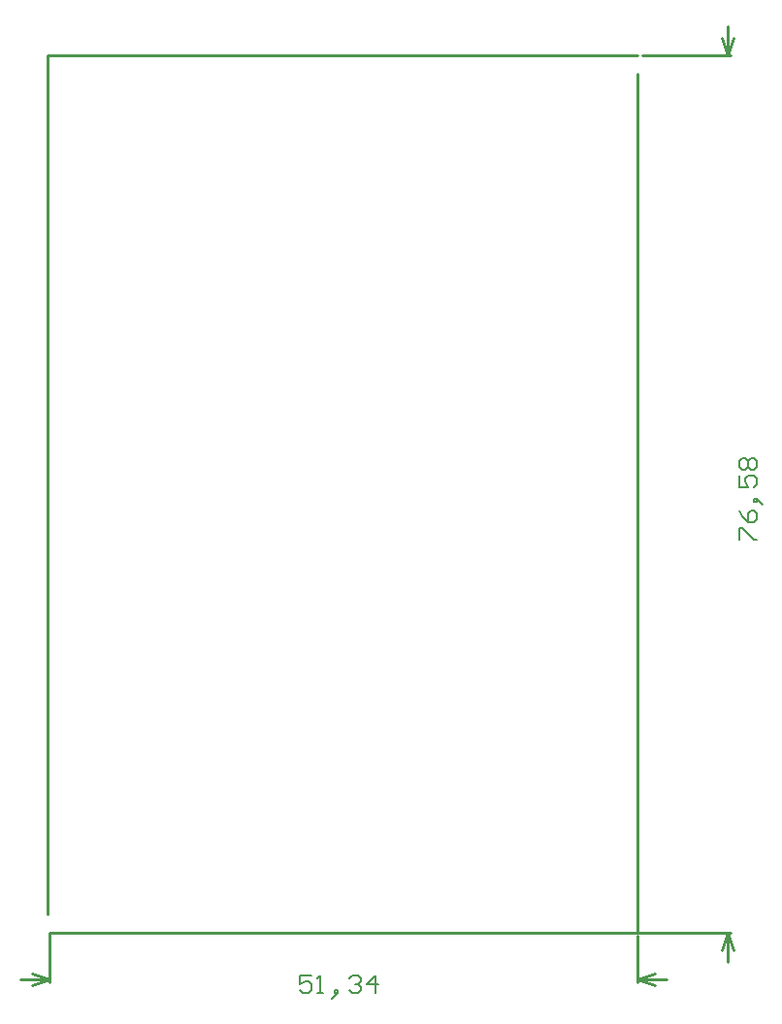
<source format=gm1>
G04*
G04 #@! TF.GenerationSoftware,Altium Limited,Altium Designer,19.0.15 (446)*
G04*
G04 Layer_Color=16711935*
%FSLAX44Y44*%
%MOMM*%
G71*
G01*
G75*
%ADD11C,0.2540*%
%ADD15C,0.1524*%
D11*
X789620Y450850D02*
X1303020D01*
Y1200150D01*
X788350Y467360D02*
Y1216660D01*
X1303020D01*
Y410210D02*
X1318260Y415290D01*
X1303020Y410210D02*
X1318260Y405130D01*
X774380D02*
X789620Y410210D01*
X774380Y415290D02*
X789620Y410210D01*
X1303020D02*
X1328420D01*
X764220D02*
X789620D01*
Y407670D02*
Y450850D01*
X1303020Y407670D02*
Y448310D01*
X1381760Y450850D02*
X1386840Y435610D01*
X1376680D02*
X1381760Y450850D01*
X1376680Y1231900D02*
X1381760Y1216660D01*
X1386840Y1231900D01*
X1381760Y425450D02*
Y450850D01*
Y1216660D02*
Y1242060D01*
X1306830Y1216660D02*
X1384300D01*
X1303020Y450850D02*
X1384300D01*
X789620D02*
X1303020D01*
Y1200150D01*
X788350Y467360D02*
Y1216660D01*
X1303020D01*
Y410210D02*
X1318260Y415290D01*
X1303020Y410210D02*
X1318260Y405130D01*
X774380D02*
X789620Y410210D01*
X774380Y415290D02*
X789620Y410210D01*
X1303020D02*
X1328420D01*
X764220D02*
X789620D01*
Y407670D02*
Y450850D01*
X1303020Y407670D02*
Y448310D01*
X1381760Y450850D02*
X1386840Y435610D01*
X1376680D02*
X1381760Y450850D01*
X1376680Y1231900D02*
X1381760Y1216660D01*
X1386840Y1231900D01*
X1381760Y425450D02*
Y450850D01*
Y1216660D02*
Y1242060D01*
X1306830Y1216660D02*
X1384300D01*
X1303020Y450850D02*
X1384300D01*
D15*
X1018134Y413764D02*
X1007977D01*
Y406147D01*
X1013055Y408686D01*
X1015595D01*
X1018134Y406147D01*
Y401068D01*
X1015595Y398529D01*
X1010516D01*
X1007977Y401068D01*
X1023212Y398529D02*
X1028290D01*
X1025751D01*
Y413764D01*
X1023212Y411225D01*
X1038447Y395990D02*
X1040986Y398529D01*
Y401068D01*
X1038447D01*
Y398529D01*
X1040986D01*
X1038447Y395990D01*
X1035908Y393451D01*
X1051143Y411225D02*
X1053682Y413764D01*
X1058761D01*
X1061300Y411225D01*
Y408686D01*
X1058761Y406147D01*
X1056221D01*
X1058761D01*
X1061300Y403608D01*
Y401068D01*
X1058761Y398529D01*
X1053682D01*
X1051143Y401068D01*
X1073996Y398529D02*
Y413764D01*
X1066378Y406147D01*
X1076535D01*
X1391925Y793750D02*
Y803907D01*
X1394464D01*
X1404621Y793750D01*
X1407160D01*
X1391925Y819142D02*
X1394464Y814063D01*
X1399543Y808985D01*
X1404621D01*
X1407160Y811524D01*
Y816603D01*
X1404621Y819142D01*
X1402082D01*
X1399543Y816603D01*
Y808985D01*
X1409699Y826759D02*
X1407160Y829298D01*
X1404621D01*
Y826759D01*
X1407160D01*
Y829298D01*
X1409699Y826759D01*
X1412238Y824220D01*
X1391925Y849612D02*
Y839455D01*
X1399543D01*
X1397003Y844534D01*
Y847073D01*
X1399543Y849612D01*
X1404621D01*
X1407160Y847073D01*
Y841994D01*
X1404621Y839455D01*
X1394464Y854690D02*
X1391925Y857230D01*
Y862308D01*
X1394464Y864847D01*
X1397003D01*
X1399543Y862308D01*
X1402082Y864847D01*
X1404621D01*
X1407160Y862308D01*
Y857230D01*
X1404621Y854690D01*
X1402082D01*
X1399543Y857230D01*
X1397003Y854690D01*
X1394464D01*
X1399543Y857230D02*
Y862308D01*
X1018134Y413764D02*
X1007977D01*
Y406147D01*
X1013055Y408686D01*
X1015595D01*
X1018134Y406147D01*
Y401068D01*
X1015595Y398529D01*
X1010516D01*
X1007977Y401068D01*
X1023212Y398529D02*
X1028290D01*
X1025751D01*
Y413764D01*
X1023212Y411225D01*
X1038447Y395990D02*
X1040986Y398529D01*
Y401068D01*
X1038447D01*
Y398529D01*
X1040986D01*
X1038447Y395990D01*
X1035908Y393451D01*
X1051143Y411225D02*
X1053682Y413764D01*
X1058761D01*
X1061300Y411225D01*
Y408686D01*
X1058761Y406147D01*
X1056221D01*
X1058761D01*
X1061300Y403608D01*
Y401068D01*
X1058761Y398529D01*
X1053682D01*
X1051143Y401068D01*
X1073996Y398529D02*
Y413764D01*
X1066378Y406147D01*
X1076535D01*
X1391925Y793750D02*
Y803907D01*
X1394464D01*
X1404621Y793750D01*
X1407160D01*
X1391925Y819142D02*
X1394464Y814063D01*
X1399543Y808985D01*
X1404621D01*
X1407160Y811524D01*
Y816603D01*
X1404621Y819142D01*
X1402082D01*
X1399543Y816603D01*
Y808985D01*
X1409699Y826759D02*
X1407160Y829298D01*
X1404621D01*
Y826759D01*
X1407160D01*
Y829298D01*
X1409699Y826759D01*
X1412238Y824220D01*
X1391925Y849612D02*
Y839455D01*
X1399543D01*
X1397003Y844534D01*
Y847073D01*
X1399543Y849612D01*
X1404621D01*
X1407160Y847073D01*
Y841994D01*
X1404621Y839455D01*
X1394464Y854690D02*
X1391925Y857230D01*
Y862308D01*
X1394464Y864847D01*
X1397003D01*
X1399543Y862308D01*
X1402082Y864847D01*
X1404621D01*
X1407160Y862308D01*
Y857230D01*
X1404621Y854690D01*
X1402082D01*
X1399543Y857230D01*
X1397003Y854690D01*
X1394464D01*
X1399543Y857230D02*
Y862308D01*
M02*

</source>
